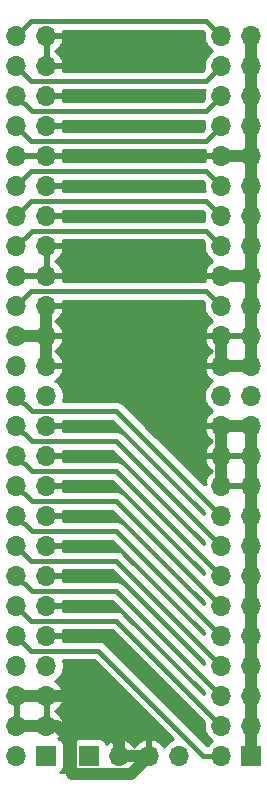
<source format=gbr>
%TF.GenerationSoftware,KiCad,Pcbnew,(5.1.9)-1*%
%TF.CreationDate,2021-07-31T16:05:11-05:00*%
%TF.ProjectId,SCSI Interface Card,53435349-2049-46e7-9465-726661636520,rev?*%
%TF.SameCoordinates,Original*%
%TF.FileFunction,Copper,L2,Bot*%
%TF.FilePolarity,Positive*%
%FSLAX46Y46*%
G04 Gerber Fmt 4.6, Leading zero omitted, Abs format (unit mm)*
G04 Created by KiCad (PCBNEW (5.1.9)-1) date 2021-07-31 16:05:11*
%MOMM*%
%LPD*%
G01*
G04 APERTURE LIST*
%TA.AperFunction,ComponentPad*%
%ADD10O,1.700000X1.700000*%
%TD*%
%TA.AperFunction,ComponentPad*%
%ADD11R,1.700000X1.700000*%
%TD*%
%TA.AperFunction,Conductor*%
%ADD12C,0.400000*%
%TD*%
%TA.AperFunction,Conductor*%
%ADD13C,1.000000*%
%TD*%
%TA.AperFunction,Conductor*%
%ADD14C,0.254000*%
%TD*%
%TA.AperFunction,Conductor*%
%ADD15C,0.100000*%
%TD*%
G04 APERTURE END LIST*
D10*
%TO.P,SCSI1,50*%
%TO.N,/IO*%
X157546040Y-41259760D03*
%TO.P,SCSI1,49*%
%TO.N,GND*%
X160086040Y-41259760D03*
%TO.P,SCSI1,48*%
%TO.N,/REQ*%
X157546040Y-43799760D03*
%TO.P,SCSI1,47*%
%TO.N,GND*%
X160086040Y-43799760D03*
%TO.P,SCSI1,46*%
%TO.N,/CD*%
X157546040Y-46339760D03*
%TO.P,SCSI1,45*%
%TO.N,GND*%
X160086040Y-46339760D03*
%TO.P,SCSI1,44*%
%TO.N,/SEL*%
X157546040Y-48879760D03*
%TO.P,SCSI1,43*%
%TO.N,GND*%
X160086040Y-48879760D03*
%TO.P,SCSI1,42*%
X157546040Y-51419760D03*
%TO.P,SCSI1,41*%
X160086040Y-51419760D03*
%TO.P,SCSI1,40*%
%TO.N,/RST*%
X157546040Y-53959760D03*
%TO.P,SCSI1,39*%
%TO.N,GND*%
X160086040Y-53959760D03*
%TO.P,SCSI1,38*%
%TO.N,/ACK*%
X157546040Y-56499760D03*
%TO.P,SCSI1,37*%
%TO.N,GND*%
X160086040Y-56499760D03*
%TO.P,SCSI1,36*%
%TO.N,/BSY*%
X157546040Y-59039760D03*
%TO.P,SCSI1,35*%
%TO.N,GND*%
X160086040Y-59039760D03*
%TO.P,SCSI1,34*%
X157546040Y-61579760D03*
%TO.P,SCSI1,33*%
X160086040Y-61579760D03*
%TO.P,SCSI1,32*%
%TO.N,/ATN*%
X157546040Y-64119760D03*
%TO.P,SCSI1,31*%
%TO.N,GND*%
X160086040Y-64119760D03*
%TO.P,SCSI1,30*%
X157546040Y-66659760D03*
%TO.P,SCSI1,29*%
X160086040Y-66659760D03*
%TO.P,SCSI1,28*%
X157546040Y-69199760D03*
%TO.P,SCSI1,27*%
X160086040Y-69199760D03*
%TO.P,SCSI1,26*%
%TO.N,/TRM_1*%
X157546040Y-71739760D03*
%TO.P,SCSI1,25*%
%TO.N,Net-(SCSI1-Pad25)*%
X160086040Y-71739760D03*
%TO.P,SCSI1,24*%
%TO.N,GND*%
X157546040Y-74279760D03*
%TO.P,SCSI1,23*%
X160086040Y-74279760D03*
%TO.P,SCSI1,22*%
X157546040Y-76819760D03*
%TO.P,SCSI1,21*%
X160086040Y-76819760D03*
%TO.P,SCSI1,20*%
X157546040Y-79359760D03*
%TO.P,SCSI1,19*%
X160086040Y-79359760D03*
%TO.P,SCSI1,18*%
%TO.N,/DBP*%
X157546040Y-81899760D03*
%TO.P,SCSI1,17*%
%TO.N,GND*%
X160086040Y-81899760D03*
%TO.P,SCSI1,16*%
%TO.N,/DB7*%
X157546040Y-84439760D03*
%TO.P,SCSI1,15*%
%TO.N,GND*%
X160086040Y-84439760D03*
%TO.P,SCSI1,14*%
%TO.N,/DB6*%
X157546040Y-86979760D03*
%TO.P,SCSI1,13*%
%TO.N,GND*%
X160086040Y-86979760D03*
%TO.P,SCSI1,12*%
%TO.N,/DB5*%
X157546040Y-89519760D03*
%TO.P,SCSI1,11*%
%TO.N,GND*%
X160086040Y-89519760D03*
%TO.P,SCSI1,10*%
%TO.N,/DB4*%
X157546040Y-92059760D03*
%TO.P,SCSI1,9*%
%TO.N,GND*%
X160086040Y-92059760D03*
%TO.P,SCSI1,8*%
%TO.N,/DB3*%
X157546040Y-94599760D03*
%TO.P,SCSI1,7*%
%TO.N,GND*%
X160086040Y-94599760D03*
%TO.P,SCSI1,6*%
%TO.N,/DB2*%
X157546040Y-97139760D03*
%TO.P,SCSI1,5*%
%TO.N,GND*%
X160086040Y-97139760D03*
%TO.P,SCSI1,4*%
%TO.N,/DB1*%
X157546040Y-99679760D03*
%TO.P,SCSI1,3*%
%TO.N,GND*%
X160086040Y-99679760D03*
%TO.P,SCSI1,2*%
%TO.N,/DB0*%
X157546040Y-102219760D03*
D11*
%TO.P,SCSI1,1*%
%TO.N,GND*%
X160086040Y-102219760D03*
%TD*%
D10*
%TO.P,PWR1,4*%
%TO.N,/5V*%
X153959560Y-102219760D03*
%TO.P,PWR1,3*%
%TO.N,GND*%
X151419560Y-102219760D03*
%TO.P,PWR1,2*%
X148879560Y-102219760D03*
D11*
%TO.P,PWR1,1*%
%TO.N,/12V*%
X146339560Y-102219760D03*
%TD*%
D10*
%TO.P,FMT1,50*%
%TO.N,/IO*%
X140202920Y-41259760D03*
%TO.P,FMT1,49*%
%TO.N,GND*%
X142742920Y-41259760D03*
%TO.P,FMT1,48*%
%TO.N,/REQ*%
X140202920Y-43799760D03*
%TO.P,FMT1,47*%
%TO.N,GND*%
X142742920Y-43799760D03*
%TO.P,FMT1,46*%
%TO.N,/CD*%
X140202920Y-46339760D03*
%TO.P,FMT1,45*%
%TO.N,GND*%
X142742920Y-46339760D03*
%TO.P,FMT1,44*%
%TO.N,/SEL*%
X140202920Y-48879760D03*
%TO.P,FMT1,43*%
%TO.N,GND*%
X142742920Y-48879760D03*
%TO.P,FMT1,42*%
X140202920Y-51419760D03*
%TO.P,FMT1,41*%
X142742920Y-51419760D03*
%TO.P,FMT1,40*%
%TO.N,/RST*%
X140202920Y-53959760D03*
%TO.P,FMT1,39*%
%TO.N,GND*%
X142742920Y-53959760D03*
%TO.P,FMT1,38*%
%TO.N,/ACK*%
X140202920Y-56499760D03*
%TO.P,FMT1,37*%
%TO.N,GND*%
X142742920Y-56499760D03*
%TO.P,FMT1,36*%
%TO.N,/BSY*%
X140202920Y-59039760D03*
%TO.P,FMT1,35*%
%TO.N,GND*%
X142742920Y-59039760D03*
%TO.P,FMT1,34*%
X140202920Y-61579760D03*
%TO.P,FMT1,33*%
X142742920Y-61579760D03*
%TO.P,FMT1,32*%
%TO.N,/ATN*%
X140202920Y-64119760D03*
%TO.P,FMT1,31*%
%TO.N,GND*%
X142742920Y-64119760D03*
%TO.P,FMT1,30*%
X140202920Y-66659760D03*
%TO.P,FMT1,29*%
X142742920Y-66659760D03*
%TO.P,FMT1,28*%
%TO.N,/TRM_2*%
X140202920Y-69199760D03*
%TO.P,FMT1,27*%
%TO.N,GND*%
X142742920Y-69199760D03*
%TO.P,FMT1,26*%
%TO.N,/DBP*%
X140202920Y-71739760D03*
%TO.P,FMT1,25*%
%TO.N,/OPEN*%
X142742920Y-71739760D03*
%TO.P,FMT1,24*%
%TO.N,/DB7*%
X140202920Y-74279760D03*
%TO.P,FMT1,23*%
%TO.N,GND*%
X142742920Y-74279760D03*
%TO.P,FMT1,22*%
%TO.N,/DB6*%
X140202920Y-76819760D03*
%TO.P,FMT1,21*%
%TO.N,GND*%
X142742920Y-76819760D03*
%TO.P,FMT1,20*%
%TO.N,/DB5*%
X140202920Y-79359760D03*
%TO.P,FMT1,19*%
%TO.N,GND*%
X142742920Y-79359760D03*
%TO.P,FMT1,18*%
%TO.N,/DB4*%
X140202920Y-81899760D03*
%TO.P,FMT1,17*%
%TO.N,GND*%
X142742920Y-81899760D03*
%TO.P,FMT1,16*%
%TO.N,/DB3*%
X140202920Y-84439760D03*
%TO.P,FMT1,15*%
%TO.N,GND*%
X142742920Y-84439760D03*
%TO.P,FMT1,14*%
%TO.N,/DB2*%
X140202920Y-86979760D03*
%TO.P,FMT1,13*%
%TO.N,GND*%
X142742920Y-86979760D03*
%TO.P,FMT1,12*%
%TO.N,/DB1*%
X140202920Y-89519760D03*
%TO.P,FMT1,11*%
%TO.N,GND*%
X142742920Y-89519760D03*
%TO.P,FMT1,10*%
%TO.N,/DB0*%
X140202920Y-92059760D03*
%TO.P,FMT1,9*%
%TO.N,GND*%
X142742920Y-92059760D03*
%TO.P,FMT1,8*%
%TO.N,/12V*%
X140202920Y-94599760D03*
%TO.P,FMT1,7*%
X142742920Y-94599760D03*
%TO.P,FMT1,6*%
%TO.N,GND*%
X140202920Y-97139760D03*
%TO.P,FMT1,5*%
X142742920Y-97139760D03*
%TO.P,FMT1,4*%
X140202920Y-99679760D03*
%TO.P,FMT1,3*%
X142742920Y-99679760D03*
%TO.P,FMT1,2*%
%TO.N,/5V*%
X140202920Y-102219760D03*
D11*
%TO.P,FMT1,1*%
X142742920Y-102219760D03*
%TD*%
D12*
%TO.N,/IO*%
X141452921Y-40009759D02*
X140202920Y-41259760D01*
X156296039Y-40009759D02*
X141452921Y-40009759D01*
X157546040Y-41259760D02*
X156296039Y-40009759D01*
%TO.N,/REQ*%
X141452921Y-45049761D02*
X140202920Y-43799760D01*
X156296039Y-45049761D02*
X141452921Y-45049761D01*
X157546040Y-43799760D02*
X156296039Y-45049761D01*
%TO.N,/CD*%
X156256041Y-47629759D02*
X141492919Y-47629759D01*
X141492919Y-47629759D02*
X140202920Y-46339760D01*
X157546040Y-46339760D02*
X156256041Y-47629759D01*
%TO.N,/SEL*%
X141452921Y-50129761D02*
X140202920Y-48879760D01*
X156296039Y-50129761D02*
X141452921Y-50129761D01*
X157546040Y-48879760D02*
X156296039Y-50129761D01*
%TO.N,/RST*%
X141452921Y-52709759D02*
X140202920Y-53959760D01*
X156296039Y-52709759D02*
X141452921Y-52709759D01*
X157546040Y-53959760D02*
X156296039Y-52709759D01*
%TO.N,/ACK*%
X141452921Y-55249759D02*
X140202920Y-56499760D01*
X156296039Y-55249759D02*
X141452921Y-55249759D01*
X157546040Y-56499760D02*
X156296039Y-55249759D01*
%TO.N,/BSY*%
X141492919Y-57749761D02*
X140202920Y-59039760D01*
X156256041Y-57749761D02*
X141492919Y-57749761D01*
X157546040Y-59039760D02*
X156256041Y-57749761D01*
%TO.N,/ATN*%
X141452921Y-62869759D02*
X140202920Y-64119760D01*
X156296039Y-62869759D02*
X141452921Y-62869759D01*
X157546040Y-64119760D02*
X156296039Y-62869759D01*
%TO.N,/DBP*%
X141492919Y-73029759D02*
X140202920Y-71739760D01*
X148676039Y-73029759D02*
X141492919Y-73029759D01*
X157546040Y-81899760D02*
X148676039Y-73029759D01*
%TO.N,/DB7*%
X141492919Y-75569759D02*
X140202920Y-74279760D01*
X148676039Y-75569759D02*
X141492919Y-75569759D01*
X157546040Y-84439760D02*
X148676039Y-75569759D01*
%TO.N,/DB6*%
X141492919Y-78109759D02*
X140202920Y-76819760D01*
X148676039Y-78109759D02*
X141492919Y-78109759D01*
X157546040Y-86979760D02*
X148676039Y-78109759D01*
%TO.N,/DB5*%
X141492919Y-80649759D02*
X140202920Y-79359760D01*
X148676039Y-80649759D02*
X141492919Y-80649759D01*
X157546040Y-89519760D02*
X148676039Y-80649759D01*
%TO.N,/DB4*%
X141492919Y-83189759D02*
X140202920Y-81899760D01*
X148676039Y-83189759D02*
X141492919Y-83189759D01*
X157546040Y-92059760D02*
X148676039Y-83189759D01*
%TO.N,/DB3*%
X141452921Y-85689761D02*
X140202920Y-84439760D01*
X148636041Y-85689761D02*
X141452921Y-85689761D01*
X157546040Y-94599760D02*
X148636041Y-85689761D01*
%TO.N,/DB2*%
X141492919Y-88269759D02*
X140202920Y-86979760D01*
X148676039Y-88269759D02*
X141492919Y-88269759D01*
X157546040Y-97139760D02*
X148676039Y-88269759D01*
%TO.N,/DB1*%
X141452921Y-90769761D02*
X140202920Y-89519760D01*
X148636041Y-90769761D02*
X141452921Y-90769761D01*
X157546040Y-99679760D02*
X148636041Y-90769761D01*
%TO.N,/DB0*%
X157546040Y-102219760D02*
X156042360Y-102219760D01*
X141452921Y-93309761D02*
X140202920Y-92059760D01*
X147132361Y-93309761D02*
X141452921Y-93309761D01*
X156042360Y-102219760D02*
X147132361Y-93309761D01*
D13*
%TO.N,GND*%
X148879560Y-101017679D02*
X148879560Y-102219760D01*
X145001641Y-97139760D02*
X148879560Y-101017679D01*
X140202920Y-97139760D02*
X145001641Y-97139760D01*
X149869559Y-103769761D02*
X151419560Y-102219760D01*
X144929559Y-103769761D02*
X149869559Y-103769761D01*
X144789559Y-103629761D02*
X144929559Y-103769761D01*
X144789559Y-100809759D02*
X144789559Y-103629761D01*
X143659560Y-99679760D02*
X144789559Y-100809759D01*
X140202920Y-99679760D02*
X143659560Y-99679760D01*
X148879560Y-102219760D02*
X151419560Y-102219760D01*
X160086040Y-102219760D02*
X160086040Y-74279760D01*
X157546040Y-79359760D02*
X157546040Y-74279760D01*
X160086040Y-74279760D02*
X157546040Y-74279760D01*
X157546040Y-69199760D02*
X160086040Y-69199760D01*
X157546040Y-69199760D02*
X157546040Y-66659760D01*
X160086040Y-69199760D02*
X160086040Y-42402760D01*
X160086040Y-42402760D02*
X160086040Y-41259760D01*
X160086040Y-61579760D02*
X157546040Y-61579760D01*
X160086040Y-51419760D02*
X157546040Y-51419760D01*
X142742920Y-69199760D02*
X142742920Y-64119760D01*
X140202920Y-66659760D02*
X142742920Y-66659760D01*
%TD*%
D14*
%TO.N,GND*%
X153460753Y-100819021D02*
X153256149Y-100903770D01*
X153012928Y-101066285D01*
X152806085Y-101273128D01*
X152684365Y-101455294D01*
X152614738Y-101338405D01*
X152419829Y-101122172D01*
X152186480Y-100948119D01*
X151923659Y-100822935D01*
X151776450Y-100778284D01*
X151546560Y-100899605D01*
X151546560Y-102092760D01*
X151566560Y-102092760D01*
X151566560Y-102346760D01*
X151546560Y-102346760D01*
X151546560Y-102366760D01*
X151292560Y-102366760D01*
X151292560Y-102346760D01*
X149006560Y-102346760D01*
X149006560Y-102366760D01*
X148752560Y-102366760D01*
X148752560Y-102346760D01*
X148732560Y-102346760D01*
X148732560Y-102092760D01*
X148752560Y-102092760D01*
X148752560Y-100899605D01*
X149006560Y-100899605D01*
X149006560Y-102092760D01*
X151292560Y-102092760D01*
X151292560Y-100899605D01*
X151062670Y-100778284D01*
X150915461Y-100822935D01*
X150652640Y-100948119D01*
X150419291Y-101122172D01*
X150224382Y-101338405D01*
X150149560Y-101464015D01*
X150074738Y-101338405D01*
X149879829Y-101122172D01*
X149646480Y-100948119D01*
X149383659Y-100822935D01*
X149236450Y-100778284D01*
X149006560Y-100899605D01*
X148752560Y-100899605D01*
X148522670Y-100778284D01*
X148375461Y-100822935D01*
X148112640Y-100948119D01*
X147879291Y-101122172D01*
X147803526Y-101206226D01*
X147779062Y-101125580D01*
X147720097Y-101015266D01*
X147640745Y-100918575D01*
X147544054Y-100839223D01*
X147433740Y-100780258D01*
X147314042Y-100743948D01*
X147189560Y-100731688D01*
X145489560Y-100731688D01*
X145365078Y-100743948D01*
X145245380Y-100780258D01*
X145135066Y-100839223D01*
X145038375Y-100918575D01*
X144959023Y-101015266D01*
X144900058Y-101125580D01*
X144863748Y-101245278D01*
X144851488Y-101369760D01*
X144851488Y-103069760D01*
X144863748Y-103194242D01*
X144900058Y-103313940D01*
X144959023Y-103424254D01*
X145038375Y-103520945D01*
X145135066Y-103600297D01*
X145154451Y-103610658D01*
X143927515Y-103610933D01*
X143947414Y-103600297D01*
X144044105Y-103520945D01*
X144123457Y-103424254D01*
X144182422Y-103313940D01*
X144218732Y-103194242D01*
X144230992Y-103069760D01*
X144230992Y-101369760D01*
X144218732Y-101245278D01*
X144182422Y-101125580D01*
X144123457Y-101015266D01*
X144044105Y-100918575D01*
X143947414Y-100839223D01*
X143837100Y-100780258D01*
X143756454Y-100755794D01*
X143840508Y-100680029D01*
X144014561Y-100446680D01*
X144139745Y-100183859D01*
X144184396Y-100036650D01*
X144063075Y-99806760D01*
X142869920Y-99806760D01*
X142869920Y-99826760D01*
X142615920Y-99826760D01*
X142615920Y-99806760D01*
X140329920Y-99806760D01*
X140329920Y-99826760D01*
X140075920Y-99826760D01*
X140075920Y-99806760D01*
X140055920Y-99806760D01*
X140055920Y-99552760D01*
X140075920Y-99552760D01*
X140075920Y-97266760D01*
X140329920Y-97266760D01*
X140329920Y-99552760D01*
X142615920Y-99552760D01*
X142615920Y-97266760D01*
X142869920Y-97266760D01*
X142869920Y-99552760D01*
X144063075Y-99552760D01*
X144184396Y-99322870D01*
X144139745Y-99175661D01*
X144014561Y-98912840D01*
X143840508Y-98679491D01*
X143624275Y-98484582D01*
X143498665Y-98409760D01*
X143624275Y-98334938D01*
X143840508Y-98140029D01*
X144014561Y-97906680D01*
X144139745Y-97643859D01*
X144184396Y-97496650D01*
X144063075Y-97266760D01*
X142869920Y-97266760D01*
X142615920Y-97266760D01*
X140329920Y-97266760D01*
X140075920Y-97266760D01*
X140055920Y-97266760D01*
X140055920Y-97012760D01*
X140075920Y-97012760D01*
X140075920Y-96992760D01*
X140329920Y-96992760D01*
X140329920Y-97012760D01*
X142615920Y-97012760D01*
X142615920Y-96992760D01*
X142869920Y-96992760D01*
X142869920Y-97012760D01*
X144063075Y-97012760D01*
X144184396Y-96782870D01*
X144139745Y-96635661D01*
X144014561Y-96372840D01*
X143840508Y-96139491D01*
X143624275Y-95944582D01*
X143507386Y-95874955D01*
X143689552Y-95753235D01*
X143896395Y-95546392D01*
X144058910Y-95303171D01*
X144170852Y-95032918D01*
X144227920Y-94746020D01*
X144227920Y-94453500D01*
X144170852Y-94166602D01*
X144161805Y-94144761D01*
X146786494Y-94144761D01*
X153460753Y-100819021D01*
%TA.AperFunction,Conductor*%
D15*
G36*
X153460753Y-100819021D02*
G01*
X153256149Y-100903770D01*
X153012928Y-101066285D01*
X152806085Y-101273128D01*
X152684365Y-101455294D01*
X152614738Y-101338405D01*
X152419829Y-101122172D01*
X152186480Y-100948119D01*
X151923659Y-100822935D01*
X151776450Y-100778284D01*
X151546560Y-100899605D01*
X151546560Y-102092760D01*
X151566560Y-102092760D01*
X151566560Y-102346760D01*
X151546560Y-102346760D01*
X151546560Y-102366760D01*
X151292560Y-102366760D01*
X151292560Y-102346760D01*
X149006560Y-102346760D01*
X149006560Y-102366760D01*
X148752560Y-102366760D01*
X148752560Y-102346760D01*
X148732560Y-102346760D01*
X148732560Y-102092760D01*
X148752560Y-102092760D01*
X148752560Y-100899605D01*
X149006560Y-100899605D01*
X149006560Y-102092760D01*
X151292560Y-102092760D01*
X151292560Y-100899605D01*
X151062670Y-100778284D01*
X150915461Y-100822935D01*
X150652640Y-100948119D01*
X150419291Y-101122172D01*
X150224382Y-101338405D01*
X150149560Y-101464015D01*
X150074738Y-101338405D01*
X149879829Y-101122172D01*
X149646480Y-100948119D01*
X149383659Y-100822935D01*
X149236450Y-100778284D01*
X149006560Y-100899605D01*
X148752560Y-100899605D01*
X148522670Y-100778284D01*
X148375461Y-100822935D01*
X148112640Y-100948119D01*
X147879291Y-101122172D01*
X147803526Y-101206226D01*
X147779062Y-101125580D01*
X147720097Y-101015266D01*
X147640745Y-100918575D01*
X147544054Y-100839223D01*
X147433740Y-100780258D01*
X147314042Y-100743948D01*
X147189560Y-100731688D01*
X145489560Y-100731688D01*
X145365078Y-100743948D01*
X145245380Y-100780258D01*
X145135066Y-100839223D01*
X145038375Y-100918575D01*
X144959023Y-101015266D01*
X144900058Y-101125580D01*
X144863748Y-101245278D01*
X144851488Y-101369760D01*
X144851488Y-103069760D01*
X144863748Y-103194242D01*
X144900058Y-103313940D01*
X144959023Y-103424254D01*
X145038375Y-103520945D01*
X145135066Y-103600297D01*
X145154451Y-103610658D01*
X143927515Y-103610933D01*
X143947414Y-103600297D01*
X144044105Y-103520945D01*
X144123457Y-103424254D01*
X144182422Y-103313940D01*
X144218732Y-103194242D01*
X144230992Y-103069760D01*
X144230992Y-101369760D01*
X144218732Y-101245278D01*
X144182422Y-101125580D01*
X144123457Y-101015266D01*
X144044105Y-100918575D01*
X143947414Y-100839223D01*
X143837100Y-100780258D01*
X143756454Y-100755794D01*
X143840508Y-100680029D01*
X144014561Y-100446680D01*
X144139745Y-100183859D01*
X144184396Y-100036650D01*
X144063075Y-99806760D01*
X142869920Y-99806760D01*
X142869920Y-99826760D01*
X142615920Y-99826760D01*
X142615920Y-99806760D01*
X140329920Y-99806760D01*
X140329920Y-99826760D01*
X140075920Y-99826760D01*
X140075920Y-99806760D01*
X140055920Y-99806760D01*
X140055920Y-99552760D01*
X140075920Y-99552760D01*
X140075920Y-97266760D01*
X140329920Y-97266760D01*
X140329920Y-99552760D01*
X142615920Y-99552760D01*
X142615920Y-97266760D01*
X142869920Y-97266760D01*
X142869920Y-99552760D01*
X144063075Y-99552760D01*
X144184396Y-99322870D01*
X144139745Y-99175661D01*
X144014561Y-98912840D01*
X143840508Y-98679491D01*
X143624275Y-98484582D01*
X143498665Y-98409760D01*
X143624275Y-98334938D01*
X143840508Y-98140029D01*
X144014561Y-97906680D01*
X144139745Y-97643859D01*
X144184396Y-97496650D01*
X144063075Y-97266760D01*
X142869920Y-97266760D01*
X142615920Y-97266760D01*
X140329920Y-97266760D01*
X140075920Y-97266760D01*
X140055920Y-97266760D01*
X140055920Y-97012760D01*
X140075920Y-97012760D01*
X140075920Y-96992760D01*
X140329920Y-96992760D01*
X140329920Y-97012760D01*
X142615920Y-97012760D01*
X142615920Y-96992760D01*
X142869920Y-96992760D01*
X142869920Y-97012760D01*
X144063075Y-97012760D01*
X144184396Y-96782870D01*
X144139745Y-96635661D01*
X144014561Y-96372840D01*
X143840508Y-96139491D01*
X143624275Y-95944582D01*
X143507386Y-95874955D01*
X143689552Y-95753235D01*
X143896395Y-95546392D01*
X144058910Y-95303171D01*
X144170852Y-95032918D01*
X144227920Y-94746020D01*
X144227920Y-94453500D01*
X144170852Y-94166602D01*
X144161805Y-94144761D01*
X146786494Y-94144761D01*
X153460753Y-100819021D01*
G37*
%TD.AperFunction*%
D14*
X160213040Y-41132760D02*
X160233040Y-41132760D01*
X160233040Y-41386760D01*
X160213040Y-41386760D01*
X160213040Y-43672760D01*
X160233040Y-43672760D01*
X160233040Y-43926760D01*
X160213040Y-43926760D01*
X160213040Y-46212760D01*
X160233040Y-46212760D01*
X160233040Y-46466760D01*
X160213040Y-46466760D01*
X160213040Y-48752760D01*
X160233040Y-48752760D01*
X160233040Y-49006760D01*
X160213040Y-49006760D01*
X160213040Y-51292760D01*
X160233040Y-51292760D01*
X160233040Y-51546760D01*
X160213040Y-51546760D01*
X160213040Y-53832760D01*
X160233040Y-53832760D01*
X160233040Y-54086760D01*
X160213040Y-54086760D01*
X160213040Y-56372760D01*
X160233040Y-56372760D01*
X160233040Y-56626760D01*
X160213040Y-56626760D01*
X160213040Y-58912760D01*
X160233040Y-58912760D01*
X160233040Y-59166760D01*
X160213040Y-59166760D01*
X160213040Y-61452760D01*
X160233040Y-61452760D01*
X160233040Y-61706760D01*
X160213040Y-61706760D01*
X160213040Y-63992760D01*
X160233040Y-63992760D01*
X160233040Y-64246760D01*
X160213040Y-64246760D01*
X160213040Y-66532760D01*
X160233040Y-66532760D01*
X160233040Y-66786760D01*
X160213040Y-66786760D01*
X160213040Y-69072760D01*
X160233040Y-69072760D01*
X160233040Y-69326760D01*
X160213040Y-69326760D01*
X160213040Y-69346760D01*
X159959040Y-69346760D01*
X159959040Y-69326760D01*
X157673040Y-69326760D01*
X157673040Y-69346760D01*
X157419040Y-69346760D01*
X157419040Y-69326760D01*
X156225885Y-69326760D01*
X156104564Y-69556650D01*
X156149215Y-69703859D01*
X156274399Y-69966680D01*
X156448452Y-70200029D01*
X156664685Y-70394938D01*
X156781574Y-70464565D01*
X156599408Y-70586285D01*
X156392565Y-70793128D01*
X156230050Y-71036349D01*
X156118108Y-71306602D01*
X156061040Y-71593500D01*
X156061040Y-71886020D01*
X156118108Y-72172918D01*
X156230050Y-72443171D01*
X156392565Y-72686392D01*
X156599408Y-72893235D01*
X156781574Y-73014955D01*
X156664685Y-73084582D01*
X156448452Y-73279491D01*
X156274399Y-73512840D01*
X156149215Y-73775661D01*
X156104564Y-73922870D01*
X156225885Y-74152760D01*
X157419040Y-74152760D01*
X157419040Y-74132760D01*
X157673040Y-74132760D01*
X157673040Y-74152760D01*
X159959040Y-74152760D01*
X159959040Y-74132760D01*
X160213040Y-74132760D01*
X160213040Y-74152760D01*
X160233040Y-74152760D01*
X160233040Y-74406760D01*
X160213040Y-74406760D01*
X160213040Y-76692760D01*
X160233040Y-76692760D01*
X160233040Y-76946760D01*
X160213040Y-76946760D01*
X160213040Y-79232760D01*
X160233040Y-79232760D01*
X160233040Y-79486760D01*
X160213040Y-79486760D01*
X160213040Y-81772760D01*
X160233040Y-81772760D01*
X160233040Y-82026760D01*
X160213040Y-82026760D01*
X160213040Y-84312760D01*
X160233040Y-84312760D01*
X160233040Y-84566760D01*
X160213040Y-84566760D01*
X160213040Y-86852760D01*
X160233040Y-86852760D01*
X160233040Y-87106760D01*
X160213040Y-87106760D01*
X160213040Y-89392760D01*
X160233040Y-89392760D01*
X160233040Y-89646760D01*
X160213040Y-89646760D01*
X160213040Y-91932760D01*
X160233040Y-91932760D01*
X160233040Y-92186760D01*
X160213040Y-92186760D01*
X160213040Y-94472760D01*
X160233040Y-94472760D01*
X160233040Y-94726760D01*
X160213040Y-94726760D01*
X160213040Y-97012760D01*
X160233040Y-97012760D01*
X160233040Y-97266760D01*
X160213040Y-97266760D01*
X160213040Y-99552760D01*
X160233040Y-99552760D01*
X160233040Y-99806760D01*
X160213040Y-99806760D01*
X160213040Y-102092760D01*
X160233040Y-102092760D01*
X160233040Y-102346760D01*
X160213040Y-102346760D01*
X160213040Y-102366760D01*
X159959040Y-102366760D01*
X159959040Y-102346760D01*
X159939040Y-102346760D01*
X159939040Y-102092760D01*
X159959040Y-102092760D01*
X159959040Y-99806760D01*
X159939040Y-99806760D01*
X159939040Y-99552760D01*
X159959040Y-99552760D01*
X159959040Y-97266760D01*
X159939040Y-97266760D01*
X159939040Y-97012760D01*
X159959040Y-97012760D01*
X159959040Y-94726760D01*
X159939040Y-94726760D01*
X159939040Y-94472760D01*
X159959040Y-94472760D01*
X159959040Y-92186760D01*
X159939040Y-92186760D01*
X159939040Y-91932760D01*
X159959040Y-91932760D01*
X159959040Y-89646760D01*
X159939040Y-89646760D01*
X159939040Y-89392760D01*
X159959040Y-89392760D01*
X159959040Y-87106760D01*
X159939040Y-87106760D01*
X159939040Y-86852760D01*
X159959040Y-86852760D01*
X159959040Y-84566760D01*
X159939040Y-84566760D01*
X159939040Y-84312760D01*
X159959040Y-84312760D01*
X159959040Y-82026760D01*
X159939040Y-82026760D01*
X159939040Y-81772760D01*
X159959040Y-81772760D01*
X159959040Y-79486760D01*
X157673040Y-79486760D01*
X157673040Y-79506760D01*
X157419040Y-79506760D01*
X157419040Y-79486760D01*
X157399040Y-79486760D01*
X157399040Y-79232760D01*
X157419040Y-79232760D01*
X157419040Y-76946760D01*
X157673040Y-76946760D01*
X157673040Y-79232760D01*
X159959040Y-79232760D01*
X159959040Y-76946760D01*
X157673040Y-76946760D01*
X157419040Y-76946760D01*
X156225885Y-76946760D01*
X156104564Y-77176650D01*
X156149215Y-77323859D01*
X156274399Y-77586680D01*
X156448452Y-77820029D01*
X156664685Y-78014938D01*
X156790295Y-78089760D01*
X156664685Y-78164582D01*
X156448452Y-78359491D01*
X156274399Y-78592840D01*
X156149215Y-78855661D01*
X156104564Y-79002870D01*
X156225884Y-79232758D01*
X156061040Y-79232758D01*
X156061040Y-79233891D01*
X151463798Y-74636650D01*
X156104564Y-74636650D01*
X156149215Y-74783859D01*
X156274399Y-75046680D01*
X156448452Y-75280029D01*
X156664685Y-75474938D01*
X156790295Y-75549760D01*
X156664685Y-75624582D01*
X156448452Y-75819491D01*
X156274399Y-76052840D01*
X156149215Y-76315661D01*
X156104564Y-76462870D01*
X156225885Y-76692760D01*
X157419040Y-76692760D01*
X157419040Y-74406760D01*
X157673040Y-74406760D01*
X157673040Y-76692760D01*
X159959040Y-76692760D01*
X159959040Y-74406760D01*
X157673040Y-74406760D01*
X157419040Y-74406760D01*
X156225885Y-74406760D01*
X156104564Y-74636650D01*
X151463798Y-74636650D01*
X149295485Y-72468338D01*
X149269330Y-72436468D01*
X149142185Y-72332123D01*
X148997126Y-72254587D01*
X148839728Y-72206841D01*
X148717058Y-72194759D01*
X148717057Y-72194759D01*
X148676039Y-72190719D01*
X148635021Y-72194759D01*
X144161805Y-72194759D01*
X144170852Y-72172918D01*
X144227920Y-71886020D01*
X144227920Y-71593500D01*
X144170852Y-71306602D01*
X144058910Y-71036349D01*
X143896395Y-70793128D01*
X143689552Y-70586285D01*
X143507386Y-70464565D01*
X143624275Y-70394938D01*
X143840508Y-70200029D01*
X144014561Y-69966680D01*
X144139745Y-69703859D01*
X144184396Y-69556650D01*
X144063075Y-69326760D01*
X142869920Y-69326760D01*
X142869920Y-69346760D01*
X142615920Y-69346760D01*
X142615920Y-69326760D01*
X142595920Y-69326760D01*
X142595920Y-69072760D01*
X142615920Y-69072760D01*
X142615920Y-66786760D01*
X142869920Y-66786760D01*
X142869920Y-69072760D01*
X144063075Y-69072760D01*
X144184396Y-68842870D01*
X144139745Y-68695661D01*
X144014561Y-68432840D01*
X143840508Y-68199491D01*
X143624275Y-68004582D01*
X143498665Y-67929760D01*
X143624275Y-67854938D01*
X143840508Y-67660029D01*
X144014561Y-67426680D01*
X144139745Y-67163859D01*
X144184396Y-67016650D01*
X156104564Y-67016650D01*
X156149215Y-67163859D01*
X156274399Y-67426680D01*
X156448452Y-67660029D01*
X156664685Y-67854938D01*
X156790295Y-67929760D01*
X156664685Y-68004582D01*
X156448452Y-68199491D01*
X156274399Y-68432840D01*
X156149215Y-68695661D01*
X156104564Y-68842870D01*
X156225885Y-69072760D01*
X157419040Y-69072760D01*
X157419040Y-66786760D01*
X157673040Y-66786760D01*
X157673040Y-69072760D01*
X159959040Y-69072760D01*
X159959040Y-66786760D01*
X157673040Y-66786760D01*
X157419040Y-66786760D01*
X156225885Y-66786760D01*
X156104564Y-67016650D01*
X144184396Y-67016650D01*
X144063075Y-66786760D01*
X142869920Y-66786760D01*
X142615920Y-66786760D01*
X140329920Y-66786760D01*
X140329920Y-66806760D01*
X140075920Y-66806760D01*
X140075920Y-66786760D01*
X140055920Y-66786760D01*
X140055920Y-66532760D01*
X140075920Y-66532760D01*
X140075920Y-66512760D01*
X140329920Y-66512760D01*
X140329920Y-66532760D01*
X142615920Y-66532760D01*
X142615920Y-64246760D01*
X142869920Y-64246760D01*
X142869920Y-66532760D01*
X144063075Y-66532760D01*
X144184396Y-66302870D01*
X144139745Y-66155661D01*
X144014561Y-65892840D01*
X143840508Y-65659491D01*
X143624275Y-65464582D01*
X143498665Y-65389760D01*
X143624275Y-65314938D01*
X143840508Y-65120029D01*
X144014561Y-64886680D01*
X144139745Y-64623859D01*
X144184396Y-64476650D01*
X144063075Y-64246760D01*
X142869920Y-64246760D01*
X142615920Y-64246760D01*
X142595920Y-64246760D01*
X142595920Y-63992760D01*
X142615920Y-63992760D01*
X142615920Y-63972760D01*
X142869920Y-63972760D01*
X142869920Y-63992760D01*
X144063075Y-63992760D01*
X144184396Y-63762870D01*
X144166770Y-63704759D01*
X155950172Y-63704759D01*
X156087233Y-63841820D01*
X156061040Y-63973500D01*
X156061040Y-64266020D01*
X156118108Y-64552918D01*
X156230050Y-64823171D01*
X156392565Y-65066392D01*
X156599408Y-65273235D01*
X156781574Y-65394955D01*
X156664685Y-65464582D01*
X156448452Y-65659491D01*
X156274399Y-65892840D01*
X156149215Y-66155661D01*
X156104564Y-66302870D01*
X156225885Y-66532760D01*
X157419040Y-66532760D01*
X157419040Y-66512760D01*
X157673040Y-66512760D01*
X157673040Y-66532760D01*
X159959040Y-66532760D01*
X159959040Y-64246760D01*
X159939040Y-64246760D01*
X159939040Y-63992760D01*
X159959040Y-63992760D01*
X159959040Y-61706760D01*
X157673040Y-61706760D01*
X157673040Y-61726760D01*
X157419040Y-61726760D01*
X157419040Y-61706760D01*
X156225885Y-61706760D01*
X156104564Y-61936650D01*
X156134322Y-62034759D01*
X144154638Y-62034759D01*
X144184396Y-61936650D01*
X144063075Y-61706760D01*
X142869920Y-61706760D01*
X142869920Y-61726760D01*
X142615920Y-61726760D01*
X142615920Y-61706760D01*
X140329920Y-61706760D01*
X140329920Y-61726760D01*
X140075920Y-61726760D01*
X140075920Y-61706760D01*
X140055920Y-61706760D01*
X140055920Y-61452760D01*
X140075920Y-61452760D01*
X140075920Y-61432760D01*
X140329920Y-61432760D01*
X140329920Y-61452760D01*
X142615920Y-61452760D01*
X142615920Y-59166760D01*
X142869920Y-59166760D01*
X142869920Y-61452760D01*
X144063075Y-61452760D01*
X144184396Y-61222870D01*
X144139745Y-61075661D01*
X144014561Y-60812840D01*
X143840508Y-60579491D01*
X143624275Y-60384582D01*
X143498665Y-60309760D01*
X143624275Y-60234938D01*
X143840508Y-60040029D01*
X144014561Y-59806680D01*
X144139745Y-59543859D01*
X144184396Y-59396650D01*
X144063075Y-59166760D01*
X142869920Y-59166760D01*
X142615920Y-59166760D01*
X142595920Y-59166760D01*
X142595920Y-58912760D01*
X142615920Y-58912760D01*
X142615920Y-58892760D01*
X142869920Y-58892760D01*
X142869920Y-58912760D01*
X144063075Y-58912760D01*
X144184396Y-58682870D01*
X144154638Y-58584761D01*
X155910174Y-58584761D01*
X156087233Y-58761820D01*
X156061040Y-58893500D01*
X156061040Y-59186020D01*
X156118108Y-59472918D01*
X156230050Y-59743171D01*
X156392565Y-59986392D01*
X156599408Y-60193235D01*
X156781574Y-60314955D01*
X156664685Y-60384582D01*
X156448452Y-60579491D01*
X156274399Y-60812840D01*
X156149215Y-61075661D01*
X156104564Y-61222870D01*
X156225885Y-61452760D01*
X157419040Y-61452760D01*
X157419040Y-61432760D01*
X157673040Y-61432760D01*
X157673040Y-61452760D01*
X159959040Y-61452760D01*
X159959040Y-59166760D01*
X159939040Y-59166760D01*
X159939040Y-58912760D01*
X159959040Y-58912760D01*
X159959040Y-56626760D01*
X159939040Y-56626760D01*
X159939040Y-56372760D01*
X159959040Y-56372760D01*
X159959040Y-54086760D01*
X159939040Y-54086760D01*
X159939040Y-53832760D01*
X159959040Y-53832760D01*
X159959040Y-51546760D01*
X157673040Y-51546760D01*
X157673040Y-51566760D01*
X157419040Y-51566760D01*
X157419040Y-51546760D01*
X156225885Y-51546760D01*
X156104564Y-51776650D01*
X156134322Y-51874759D01*
X144154638Y-51874759D01*
X144184396Y-51776650D01*
X144063075Y-51546760D01*
X142869920Y-51546760D01*
X142869920Y-51566760D01*
X142615920Y-51566760D01*
X142615920Y-51546760D01*
X140329920Y-51546760D01*
X140329920Y-51566760D01*
X140075920Y-51566760D01*
X140075920Y-51546760D01*
X140055920Y-51546760D01*
X140055920Y-51292760D01*
X140075920Y-51292760D01*
X140075920Y-51272760D01*
X140329920Y-51272760D01*
X140329920Y-51292760D01*
X142615920Y-51292760D01*
X142615920Y-51272760D01*
X142869920Y-51272760D01*
X142869920Y-51292760D01*
X144063075Y-51292760D01*
X144184396Y-51062870D01*
X144154638Y-50964761D01*
X156134322Y-50964761D01*
X156104564Y-51062870D01*
X156225885Y-51292760D01*
X157419040Y-51292760D01*
X157419040Y-51272760D01*
X157673040Y-51272760D01*
X157673040Y-51292760D01*
X159959040Y-51292760D01*
X159959040Y-49006760D01*
X159939040Y-49006760D01*
X159939040Y-48752760D01*
X159959040Y-48752760D01*
X159959040Y-46466760D01*
X159939040Y-46466760D01*
X159939040Y-46212760D01*
X159959040Y-46212760D01*
X159959040Y-43926760D01*
X159939040Y-43926760D01*
X159939040Y-43672760D01*
X159959040Y-43672760D01*
X159959040Y-41386760D01*
X159939040Y-41386760D01*
X159939040Y-41132760D01*
X159959040Y-41132760D01*
X159959040Y-41112760D01*
X160213040Y-41112760D01*
X160213040Y-41132760D01*
%TA.AperFunction,Conductor*%
D15*
G36*
X160213040Y-41132760D02*
G01*
X160233040Y-41132760D01*
X160233040Y-41386760D01*
X160213040Y-41386760D01*
X160213040Y-43672760D01*
X160233040Y-43672760D01*
X160233040Y-43926760D01*
X160213040Y-43926760D01*
X160213040Y-46212760D01*
X160233040Y-46212760D01*
X160233040Y-46466760D01*
X160213040Y-46466760D01*
X160213040Y-48752760D01*
X160233040Y-48752760D01*
X160233040Y-49006760D01*
X160213040Y-49006760D01*
X160213040Y-51292760D01*
X160233040Y-51292760D01*
X160233040Y-51546760D01*
X160213040Y-51546760D01*
X160213040Y-53832760D01*
X160233040Y-53832760D01*
X160233040Y-54086760D01*
X160213040Y-54086760D01*
X160213040Y-56372760D01*
X160233040Y-56372760D01*
X160233040Y-56626760D01*
X160213040Y-56626760D01*
X160213040Y-58912760D01*
X160233040Y-58912760D01*
X160233040Y-59166760D01*
X160213040Y-59166760D01*
X160213040Y-61452760D01*
X160233040Y-61452760D01*
X160233040Y-61706760D01*
X160213040Y-61706760D01*
X160213040Y-63992760D01*
X160233040Y-63992760D01*
X160233040Y-64246760D01*
X160213040Y-64246760D01*
X160213040Y-66532760D01*
X160233040Y-66532760D01*
X160233040Y-66786760D01*
X160213040Y-66786760D01*
X160213040Y-69072760D01*
X160233040Y-69072760D01*
X160233040Y-69326760D01*
X160213040Y-69326760D01*
X160213040Y-69346760D01*
X159959040Y-69346760D01*
X159959040Y-69326760D01*
X157673040Y-69326760D01*
X157673040Y-69346760D01*
X157419040Y-69346760D01*
X157419040Y-69326760D01*
X156225885Y-69326760D01*
X156104564Y-69556650D01*
X156149215Y-69703859D01*
X156274399Y-69966680D01*
X156448452Y-70200029D01*
X156664685Y-70394938D01*
X156781574Y-70464565D01*
X156599408Y-70586285D01*
X156392565Y-70793128D01*
X156230050Y-71036349D01*
X156118108Y-71306602D01*
X156061040Y-71593500D01*
X156061040Y-71886020D01*
X156118108Y-72172918D01*
X156230050Y-72443171D01*
X156392565Y-72686392D01*
X156599408Y-72893235D01*
X156781574Y-73014955D01*
X156664685Y-73084582D01*
X156448452Y-73279491D01*
X156274399Y-73512840D01*
X156149215Y-73775661D01*
X156104564Y-73922870D01*
X156225885Y-74152760D01*
X157419040Y-74152760D01*
X157419040Y-74132760D01*
X157673040Y-74132760D01*
X157673040Y-74152760D01*
X159959040Y-74152760D01*
X159959040Y-74132760D01*
X160213040Y-74132760D01*
X160213040Y-74152760D01*
X160233040Y-74152760D01*
X160233040Y-74406760D01*
X160213040Y-74406760D01*
X160213040Y-76692760D01*
X160233040Y-76692760D01*
X160233040Y-76946760D01*
X160213040Y-76946760D01*
X160213040Y-79232760D01*
X160233040Y-79232760D01*
X160233040Y-79486760D01*
X160213040Y-79486760D01*
X160213040Y-81772760D01*
X160233040Y-81772760D01*
X160233040Y-82026760D01*
X160213040Y-82026760D01*
X160213040Y-84312760D01*
X160233040Y-84312760D01*
X160233040Y-84566760D01*
X160213040Y-84566760D01*
X160213040Y-86852760D01*
X160233040Y-86852760D01*
X160233040Y-87106760D01*
X160213040Y-87106760D01*
X160213040Y-89392760D01*
X160233040Y-89392760D01*
X160233040Y-89646760D01*
X160213040Y-89646760D01*
X160213040Y-91932760D01*
X160233040Y-91932760D01*
X160233040Y-92186760D01*
X160213040Y-92186760D01*
X160213040Y-94472760D01*
X160233040Y-94472760D01*
X160233040Y-94726760D01*
X160213040Y-94726760D01*
X160213040Y-97012760D01*
X160233040Y-97012760D01*
X160233040Y-97266760D01*
X160213040Y-97266760D01*
X160213040Y-99552760D01*
X160233040Y-99552760D01*
X160233040Y-99806760D01*
X160213040Y-99806760D01*
X160213040Y-102092760D01*
X160233040Y-102092760D01*
X160233040Y-102346760D01*
X160213040Y-102346760D01*
X160213040Y-102366760D01*
X159959040Y-102366760D01*
X159959040Y-102346760D01*
X159939040Y-102346760D01*
X159939040Y-102092760D01*
X159959040Y-102092760D01*
X159959040Y-99806760D01*
X159939040Y-99806760D01*
X159939040Y-99552760D01*
X159959040Y-99552760D01*
X159959040Y-97266760D01*
X159939040Y-97266760D01*
X159939040Y-97012760D01*
X159959040Y-97012760D01*
X159959040Y-94726760D01*
X159939040Y-94726760D01*
X159939040Y-94472760D01*
X159959040Y-94472760D01*
X159959040Y-92186760D01*
X159939040Y-92186760D01*
X159939040Y-91932760D01*
X159959040Y-91932760D01*
X159959040Y-89646760D01*
X159939040Y-89646760D01*
X159939040Y-89392760D01*
X159959040Y-89392760D01*
X159959040Y-87106760D01*
X159939040Y-87106760D01*
X159939040Y-86852760D01*
X159959040Y-86852760D01*
X159959040Y-84566760D01*
X159939040Y-84566760D01*
X159939040Y-84312760D01*
X159959040Y-84312760D01*
X159959040Y-82026760D01*
X159939040Y-82026760D01*
X159939040Y-81772760D01*
X159959040Y-81772760D01*
X159959040Y-79486760D01*
X157673040Y-79486760D01*
X157673040Y-79506760D01*
X157419040Y-79506760D01*
X157419040Y-79486760D01*
X157399040Y-79486760D01*
X157399040Y-79232760D01*
X157419040Y-79232760D01*
X157419040Y-76946760D01*
X157673040Y-76946760D01*
X157673040Y-79232760D01*
X159959040Y-79232760D01*
X159959040Y-76946760D01*
X157673040Y-76946760D01*
X157419040Y-76946760D01*
X156225885Y-76946760D01*
X156104564Y-77176650D01*
X156149215Y-77323859D01*
X156274399Y-77586680D01*
X156448452Y-77820029D01*
X156664685Y-78014938D01*
X156790295Y-78089760D01*
X156664685Y-78164582D01*
X156448452Y-78359491D01*
X156274399Y-78592840D01*
X156149215Y-78855661D01*
X156104564Y-79002870D01*
X156225884Y-79232758D01*
X156061040Y-79232758D01*
X156061040Y-79233891D01*
X151463798Y-74636650D01*
X156104564Y-74636650D01*
X156149215Y-74783859D01*
X156274399Y-75046680D01*
X156448452Y-75280029D01*
X156664685Y-75474938D01*
X156790295Y-75549760D01*
X156664685Y-75624582D01*
X156448452Y-75819491D01*
X156274399Y-76052840D01*
X156149215Y-76315661D01*
X156104564Y-76462870D01*
X156225885Y-76692760D01*
X157419040Y-76692760D01*
X157419040Y-74406760D01*
X157673040Y-74406760D01*
X157673040Y-76692760D01*
X159959040Y-76692760D01*
X159959040Y-74406760D01*
X157673040Y-74406760D01*
X157419040Y-74406760D01*
X156225885Y-74406760D01*
X156104564Y-74636650D01*
X151463798Y-74636650D01*
X149295485Y-72468338D01*
X149269330Y-72436468D01*
X149142185Y-72332123D01*
X148997126Y-72254587D01*
X148839728Y-72206841D01*
X148717058Y-72194759D01*
X148717057Y-72194759D01*
X148676039Y-72190719D01*
X148635021Y-72194759D01*
X144161805Y-72194759D01*
X144170852Y-72172918D01*
X144227920Y-71886020D01*
X144227920Y-71593500D01*
X144170852Y-71306602D01*
X144058910Y-71036349D01*
X143896395Y-70793128D01*
X143689552Y-70586285D01*
X143507386Y-70464565D01*
X143624275Y-70394938D01*
X143840508Y-70200029D01*
X144014561Y-69966680D01*
X144139745Y-69703859D01*
X144184396Y-69556650D01*
X144063075Y-69326760D01*
X142869920Y-69326760D01*
X142869920Y-69346760D01*
X142615920Y-69346760D01*
X142615920Y-69326760D01*
X142595920Y-69326760D01*
X142595920Y-69072760D01*
X142615920Y-69072760D01*
X142615920Y-66786760D01*
X142869920Y-66786760D01*
X142869920Y-69072760D01*
X144063075Y-69072760D01*
X144184396Y-68842870D01*
X144139745Y-68695661D01*
X144014561Y-68432840D01*
X143840508Y-68199491D01*
X143624275Y-68004582D01*
X143498665Y-67929760D01*
X143624275Y-67854938D01*
X143840508Y-67660029D01*
X144014561Y-67426680D01*
X144139745Y-67163859D01*
X144184396Y-67016650D01*
X156104564Y-67016650D01*
X156149215Y-67163859D01*
X156274399Y-67426680D01*
X156448452Y-67660029D01*
X156664685Y-67854938D01*
X156790295Y-67929760D01*
X156664685Y-68004582D01*
X156448452Y-68199491D01*
X156274399Y-68432840D01*
X156149215Y-68695661D01*
X156104564Y-68842870D01*
X156225885Y-69072760D01*
X157419040Y-69072760D01*
X157419040Y-66786760D01*
X157673040Y-66786760D01*
X157673040Y-69072760D01*
X159959040Y-69072760D01*
X159959040Y-66786760D01*
X157673040Y-66786760D01*
X157419040Y-66786760D01*
X156225885Y-66786760D01*
X156104564Y-67016650D01*
X144184396Y-67016650D01*
X144063075Y-66786760D01*
X142869920Y-66786760D01*
X142615920Y-66786760D01*
X140329920Y-66786760D01*
X140329920Y-66806760D01*
X140075920Y-66806760D01*
X140075920Y-66786760D01*
X140055920Y-66786760D01*
X140055920Y-66532760D01*
X140075920Y-66532760D01*
X140075920Y-66512760D01*
X140329920Y-66512760D01*
X140329920Y-66532760D01*
X142615920Y-66532760D01*
X142615920Y-64246760D01*
X142869920Y-64246760D01*
X142869920Y-66532760D01*
X144063075Y-66532760D01*
X144184396Y-66302870D01*
X144139745Y-66155661D01*
X144014561Y-65892840D01*
X143840508Y-65659491D01*
X143624275Y-65464582D01*
X143498665Y-65389760D01*
X143624275Y-65314938D01*
X143840508Y-65120029D01*
X144014561Y-64886680D01*
X144139745Y-64623859D01*
X144184396Y-64476650D01*
X144063075Y-64246760D01*
X142869920Y-64246760D01*
X142615920Y-64246760D01*
X142595920Y-64246760D01*
X142595920Y-63992760D01*
X142615920Y-63992760D01*
X142615920Y-63972760D01*
X142869920Y-63972760D01*
X142869920Y-63992760D01*
X144063075Y-63992760D01*
X144184396Y-63762870D01*
X144166770Y-63704759D01*
X155950172Y-63704759D01*
X156087233Y-63841820D01*
X156061040Y-63973500D01*
X156061040Y-64266020D01*
X156118108Y-64552918D01*
X156230050Y-64823171D01*
X156392565Y-65066392D01*
X156599408Y-65273235D01*
X156781574Y-65394955D01*
X156664685Y-65464582D01*
X156448452Y-65659491D01*
X156274399Y-65892840D01*
X156149215Y-66155661D01*
X156104564Y-66302870D01*
X156225885Y-66532760D01*
X157419040Y-66532760D01*
X157419040Y-66512760D01*
X157673040Y-66512760D01*
X157673040Y-66532760D01*
X159959040Y-66532760D01*
X159959040Y-64246760D01*
X159939040Y-64246760D01*
X159939040Y-63992760D01*
X159959040Y-63992760D01*
X159959040Y-61706760D01*
X157673040Y-61706760D01*
X157673040Y-61726760D01*
X157419040Y-61726760D01*
X157419040Y-61706760D01*
X156225885Y-61706760D01*
X156104564Y-61936650D01*
X156134322Y-62034759D01*
X144154638Y-62034759D01*
X144184396Y-61936650D01*
X144063075Y-61706760D01*
X142869920Y-61706760D01*
X142869920Y-61726760D01*
X142615920Y-61726760D01*
X142615920Y-61706760D01*
X140329920Y-61706760D01*
X140329920Y-61726760D01*
X140075920Y-61726760D01*
X140075920Y-61706760D01*
X140055920Y-61706760D01*
X140055920Y-61452760D01*
X140075920Y-61452760D01*
X140075920Y-61432760D01*
X140329920Y-61432760D01*
X140329920Y-61452760D01*
X142615920Y-61452760D01*
X142615920Y-59166760D01*
X142869920Y-59166760D01*
X142869920Y-61452760D01*
X144063075Y-61452760D01*
X144184396Y-61222870D01*
X144139745Y-61075661D01*
X144014561Y-60812840D01*
X143840508Y-60579491D01*
X143624275Y-60384582D01*
X143498665Y-60309760D01*
X143624275Y-60234938D01*
X143840508Y-60040029D01*
X144014561Y-59806680D01*
X144139745Y-59543859D01*
X144184396Y-59396650D01*
X144063075Y-59166760D01*
X142869920Y-59166760D01*
X142615920Y-59166760D01*
X142595920Y-59166760D01*
X142595920Y-58912760D01*
X142615920Y-58912760D01*
X142615920Y-58892760D01*
X142869920Y-58892760D01*
X142869920Y-58912760D01*
X144063075Y-58912760D01*
X144184396Y-58682870D01*
X144154638Y-58584761D01*
X155910174Y-58584761D01*
X156087233Y-58761820D01*
X156061040Y-58893500D01*
X156061040Y-59186020D01*
X156118108Y-59472918D01*
X156230050Y-59743171D01*
X156392565Y-59986392D01*
X156599408Y-60193235D01*
X156781574Y-60314955D01*
X156664685Y-60384582D01*
X156448452Y-60579491D01*
X156274399Y-60812840D01*
X156149215Y-61075661D01*
X156104564Y-61222870D01*
X156225885Y-61452760D01*
X157419040Y-61452760D01*
X157419040Y-61432760D01*
X157673040Y-61432760D01*
X157673040Y-61452760D01*
X159959040Y-61452760D01*
X159959040Y-59166760D01*
X159939040Y-59166760D01*
X159939040Y-58912760D01*
X159959040Y-58912760D01*
X159959040Y-56626760D01*
X159939040Y-56626760D01*
X159939040Y-56372760D01*
X159959040Y-56372760D01*
X159959040Y-54086760D01*
X159939040Y-54086760D01*
X159939040Y-53832760D01*
X159959040Y-53832760D01*
X159959040Y-51546760D01*
X157673040Y-51546760D01*
X157673040Y-51566760D01*
X157419040Y-51566760D01*
X157419040Y-51546760D01*
X156225885Y-51546760D01*
X156104564Y-51776650D01*
X156134322Y-51874759D01*
X144154638Y-51874759D01*
X144184396Y-51776650D01*
X144063075Y-51546760D01*
X142869920Y-51546760D01*
X142869920Y-51566760D01*
X142615920Y-51566760D01*
X142615920Y-51546760D01*
X140329920Y-51546760D01*
X140329920Y-51566760D01*
X140075920Y-51566760D01*
X140075920Y-51546760D01*
X140055920Y-51546760D01*
X140055920Y-51292760D01*
X140075920Y-51292760D01*
X140075920Y-51272760D01*
X140329920Y-51272760D01*
X140329920Y-51292760D01*
X142615920Y-51292760D01*
X142615920Y-51272760D01*
X142869920Y-51272760D01*
X142869920Y-51292760D01*
X144063075Y-51292760D01*
X144184396Y-51062870D01*
X144154638Y-50964761D01*
X156134322Y-50964761D01*
X156104564Y-51062870D01*
X156225885Y-51292760D01*
X157419040Y-51292760D01*
X157419040Y-51272760D01*
X157673040Y-51272760D01*
X157673040Y-51292760D01*
X159959040Y-51292760D01*
X159959040Y-49006760D01*
X159939040Y-49006760D01*
X159939040Y-48752760D01*
X159959040Y-48752760D01*
X159959040Y-46466760D01*
X159939040Y-46466760D01*
X159939040Y-46212760D01*
X159959040Y-46212760D01*
X159959040Y-43926760D01*
X159939040Y-43926760D01*
X159939040Y-43672760D01*
X159959040Y-43672760D01*
X159959040Y-41386760D01*
X159939040Y-41386760D01*
X159939040Y-41132760D01*
X159959040Y-41132760D01*
X159959040Y-41112760D01*
X160213040Y-41112760D01*
X160213040Y-41132760D01*
G37*
%TD.AperFunction*%
D14*
X156087233Y-99401821D02*
X156061040Y-99533500D01*
X156061040Y-99826020D01*
X156118108Y-100112918D01*
X156230050Y-100383171D01*
X156392565Y-100626392D01*
X156599408Y-100833235D01*
X156773800Y-100949760D01*
X156599408Y-101066285D01*
X156392565Y-101273128D01*
X156346114Y-101342646D01*
X147751807Y-92748340D01*
X147725652Y-92716470D01*
X147598507Y-92612125D01*
X147453448Y-92534589D01*
X147296050Y-92486843D01*
X147173380Y-92474761D01*
X147173379Y-92474761D01*
X147132361Y-92470721D01*
X147091343Y-92474761D01*
X144166770Y-92474761D01*
X144184396Y-92416650D01*
X144063075Y-92186760D01*
X142869920Y-92186760D01*
X142869920Y-92206760D01*
X142615920Y-92206760D01*
X142615920Y-92186760D01*
X142595920Y-92186760D01*
X142595920Y-91932760D01*
X142615920Y-91932760D01*
X142615920Y-91912760D01*
X142869920Y-91912760D01*
X142869920Y-91932760D01*
X144063075Y-91932760D01*
X144184396Y-91702870D01*
X144154638Y-91604761D01*
X148290174Y-91604761D01*
X156087233Y-99401821D01*
%TA.AperFunction,Conductor*%
D15*
G36*
X156087233Y-99401821D02*
G01*
X156061040Y-99533500D01*
X156061040Y-99826020D01*
X156118108Y-100112918D01*
X156230050Y-100383171D01*
X156392565Y-100626392D01*
X156599408Y-100833235D01*
X156773800Y-100949760D01*
X156599408Y-101066285D01*
X156392565Y-101273128D01*
X156346114Y-101342646D01*
X147751807Y-92748340D01*
X147725652Y-92716470D01*
X147598507Y-92612125D01*
X147453448Y-92534589D01*
X147296050Y-92486843D01*
X147173380Y-92474761D01*
X147173379Y-92474761D01*
X147132361Y-92470721D01*
X147091343Y-92474761D01*
X144166770Y-92474761D01*
X144184396Y-92416650D01*
X144063075Y-92186760D01*
X142869920Y-92186760D01*
X142869920Y-92206760D01*
X142615920Y-92206760D01*
X142615920Y-92186760D01*
X142595920Y-92186760D01*
X142595920Y-91932760D01*
X142615920Y-91932760D01*
X142615920Y-91912760D01*
X142869920Y-91912760D01*
X142869920Y-91932760D01*
X144063075Y-91932760D01*
X144184396Y-91702870D01*
X144154638Y-91604761D01*
X148290174Y-91604761D01*
X156087233Y-99401821D01*
G37*
%TD.AperFunction*%
D14*
X156087233Y-96861821D02*
X156061040Y-96993500D01*
X156061040Y-97013892D01*
X149255487Y-90208340D01*
X149229332Y-90176470D01*
X149102187Y-90072125D01*
X148957128Y-89994589D01*
X148799730Y-89946843D01*
X148677060Y-89934761D01*
X148677059Y-89934761D01*
X148636041Y-89930721D01*
X148595023Y-89934761D01*
X144166770Y-89934761D01*
X144184396Y-89876650D01*
X144063075Y-89646760D01*
X142869920Y-89646760D01*
X142869920Y-89666760D01*
X142615920Y-89666760D01*
X142615920Y-89646760D01*
X142595920Y-89646760D01*
X142595920Y-89392760D01*
X142615920Y-89392760D01*
X142615920Y-89372760D01*
X142869920Y-89372760D01*
X142869920Y-89392760D01*
X144063075Y-89392760D01*
X144184396Y-89162870D01*
X144166770Y-89104759D01*
X148330172Y-89104759D01*
X156087233Y-96861821D01*
%TA.AperFunction,Conductor*%
D15*
G36*
X156087233Y-96861821D02*
G01*
X156061040Y-96993500D01*
X156061040Y-97013892D01*
X149255487Y-90208340D01*
X149229332Y-90176470D01*
X149102187Y-90072125D01*
X148957128Y-89994589D01*
X148799730Y-89946843D01*
X148677060Y-89934761D01*
X148677059Y-89934761D01*
X148636041Y-89930721D01*
X148595023Y-89934761D01*
X144166770Y-89934761D01*
X144184396Y-89876650D01*
X144063075Y-89646760D01*
X142869920Y-89646760D01*
X142869920Y-89666760D01*
X142615920Y-89666760D01*
X142615920Y-89646760D01*
X142595920Y-89646760D01*
X142595920Y-89392760D01*
X142615920Y-89392760D01*
X142615920Y-89372760D01*
X142869920Y-89372760D01*
X142869920Y-89392760D01*
X144063075Y-89392760D01*
X144184396Y-89162870D01*
X144166770Y-89104759D01*
X148330172Y-89104759D01*
X156087233Y-96861821D01*
G37*
%TD.AperFunction*%
D14*
X156087233Y-94321821D02*
X156061040Y-94453500D01*
X156061040Y-94473891D01*
X149295485Y-87708338D01*
X149269330Y-87676468D01*
X149142185Y-87572123D01*
X148997126Y-87494587D01*
X148839728Y-87446841D01*
X148717058Y-87434759D01*
X148717057Y-87434759D01*
X148676039Y-87430719D01*
X148635021Y-87434759D01*
X144154638Y-87434759D01*
X144184396Y-87336650D01*
X144063075Y-87106760D01*
X142869920Y-87106760D01*
X142869920Y-87126760D01*
X142615920Y-87126760D01*
X142615920Y-87106760D01*
X142595920Y-87106760D01*
X142595920Y-86852760D01*
X142615920Y-86852760D01*
X142615920Y-86832760D01*
X142869920Y-86832760D01*
X142869920Y-86852760D01*
X144063075Y-86852760D01*
X144184396Y-86622870D01*
X144154638Y-86524761D01*
X148290174Y-86524761D01*
X156087233Y-94321821D01*
%TA.AperFunction,Conductor*%
D15*
G36*
X156087233Y-94321821D02*
G01*
X156061040Y-94453500D01*
X156061040Y-94473891D01*
X149295485Y-87708338D01*
X149269330Y-87676468D01*
X149142185Y-87572123D01*
X148997126Y-87494587D01*
X148839728Y-87446841D01*
X148717058Y-87434759D01*
X148717057Y-87434759D01*
X148676039Y-87430719D01*
X148635021Y-87434759D01*
X144154638Y-87434759D01*
X144184396Y-87336650D01*
X144063075Y-87106760D01*
X142869920Y-87106760D01*
X142869920Y-87126760D01*
X142615920Y-87126760D01*
X142615920Y-87106760D01*
X142595920Y-87106760D01*
X142595920Y-86852760D01*
X142615920Y-86852760D01*
X142615920Y-86832760D01*
X142869920Y-86832760D01*
X142869920Y-86852760D01*
X144063075Y-86852760D01*
X144184396Y-86622870D01*
X144154638Y-86524761D01*
X148290174Y-86524761D01*
X156087233Y-94321821D01*
G37*
%TD.AperFunction*%
D14*
X156087233Y-91781821D02*
X156061040Y-91913500D01*
X156061040Y-91933892D01*
X149255487Y-85128340D01*
X149229332Y-85096470D01*
X149102187Y-84992125D01*
X148957128Y-84914589D01*
X148799730Y-84866843D01*
X148677060Y-84854761D01*
X148677059Y-84854761D01*
X148636041Y-84850721D01*
X148595023Y-84854761D01*
X144166770Y-84854761D01*
X144184396Y-84796650D01*
X144063075Y-84566760D01*
X142869920Y-84566760D01*
X142869920Y-84586760D01*
X142615920Y-84586760D01*
X142615920Y-84566760D01*
X142595920Y-84566760D01*
X142595920Y-84312760D01*
X142615920Y-84312760D01*
X142615920Y-84292760D01*
X142869920Y-84292760D01*
X142869920Y-84312760D01*
X144063075Y-84312760D01*
X144184396Y-84082870D01*
X144166770Y-84024759D01*
X148330172Y-84024759D01*
X156087233Y-91781821D01*
%TA.AperFunction,Conductor*%
D15*
G36*
X156087233Y-91781821D02*
G01*
X156061040Y-91913500D01*
X156061040Y-91933892D01*
X149255487Y-85128340D01*
X149229332Y-85096470D01*
X149102187Y-84992125D01*
X148957128Y-84914589D01*
X148799730Y-84866843D01*
X148677060Y-84854761D01*
X148677059Y-84854761D01*
X148636041Y-84850721D01*
X148595023Y-84854761D01*
X144166770Y-84854761D01*
X144184396Y-84796650D01*
X144063075Y-84566760D01*
X142869920Y-84566760D01*
X142869920Y-84586760D01*
X142615920Y-84586760D01*
X142615920Y-84566760D01*
X142595920Y-84566760D01*
X142595920Y-84312760D01*
X142615920Y-84312760D01*
X142615920Y-84292760D01*
X142869920Y-84292760D01*
X142869920Y-84312760D01*
X144063075Y-84312760D01*
X144184396Y-84082870D01*
X144166770Y-84024759D01*
X148330172Y-84024759D01*
X156087233Y-91781821D01*
G37*
%TD.AperFunction*%
D14*
X156087233Y-89241821D02*
X156061040Y-89373500D01*
X156061040Y-89393891D01*
X149295485Y-82628338D01*
X149269330Y-82596468D01*
X149142185Y-82492123D01*
X148997126Y-82414587D01*
X148839728Y-82366841D01*
X148717058Y-82354759D01*
X148717057Y-82354759D01*
X148676039Y-82350719D01*
X148635021Y-82354759D01*
X144154638Y-82354759D01*
X144184396Y-82256650D01*
X144063075Y-82026760D01*
X142869920Y-82026760D01*
X142869920Y-82046760D01*
X142615920Y-82046760D01*
X142615920Y-82026760D01*
X142595920Y-82026760D01*
X142595920Y-81772760D01*
X142615920Y-81772760D01*
X142615920Y-81752760D01*
X142869920Y-81752760D01*
X142869920Y-81772760D01*
X144063075Y-81772760D01*
X144184396Y-81542870D01*
X144166770Y-81484759D01*
X148330172Y-81484759D01*
X156087233Y-89241821D01*
%TA.AperFunction,Conductor*%
D15*
G36*
X156087233Y-89241821D02*
G01*
X156061040Y-89373500D01*
X156061040Y-89393891D01*
X149295485Y-82628338D01*
X149269330Y-82596468D01*
X149142185Y-82492123D01*
X148997126Y-82414587D01*
X148839728Y-82366841D01*
X148717058Y-82354759D01*
X148717057Y-82354759D01*
X148676039Y-82350719D01*
X148635021Y-82354759D01*
X144154638Y-82354759D01*
X144184396Y-82256650D01*
X144063075Y-82026760D01*
X142869920Y-82026760D01*
X142869920Y-82046760D01*
X142615920Y-82046760D01*
X142615920Y-82026760D01*
X142595920Y-82026760D01*
X142595920Y-81772760D01*
X142615920Y-81772760D01*
X142615920Y-81752760D01*
X142869920Y-81752760D01*
X142869920Y-81772760D01*
X144063075Y-81772760D01*
X144184396Y-81542870D01*
X144166770Y-81484759D01*
X148330172Y-81484759D01*
X156087233Y-89241821D01*
G37*
%TD.AperFunction*%
D14*
X156087233Y-86701821D02*
X156061040Y-86833500D01*
X156061040Y-86853891D01*
X149295485Y-80088338D01*
X149269330Y-80056468D01*
X149142185Y-79952123D01*
X148997126Y-79874587D01*
X148839728Y-79826841D01*
X148717058Y-79814759D01*
X148717057Y-79814759D01*
X148676039Y-79810719D01*
X148635021Y-79814759D01*
X144154638Y-79814759D01*
X144184396Y-79716650D01*
X144063075Y-79486760D01*
X142869920Y-79486760D01*
X142869920Y-79506760D01*
X142615920Y-79506760D01*
X142615920Y-79486760D01*
X142595920Y-79486760D01*
X142595920Y-79232760D01*
X142615920Y-79232760D01*
X142615920Y-79212760D01*
X142869920Y-79212760D01*
X142869920Y-79232760D01*
X144063075Y-79232760D01*
X144184396Y-79002870D01*
X144166770Y-78944759D01*
X148330172Y-78944759D01*
X156087233Y-86701821D01*
%TA.AperFunction,Conductor*%
D15*
G36*
X156087233Y-86701821D02*
G01*
X156061040Y-86833500D01*
X156061040Y-86853891D01*
X149295485Y-80088338D01*
X149269330Y-80056468D01*
X149142185Y-79952123D01*
X148997126Y-79874587D01*
X148839728Y-79826841D01*
X148717058Y-79814759D01*
X148717057Y-79814759D01*
X148676039Y-79810719D01*
X148635021Y-79814759D01*
X144154638Y-79814759D01*
X144184396Y-79716650D01*
X144063075Y-79486760D01*
X142869920Y-79486760D01*
X142869920Y-79506760D01*
X142615920Y-79506760D01*
X142615920Y-79486760D01*
X142595920Y-79486760D01*
X142595920Y-79232760D01*
X142615920Y-79232760D01*
X142615920Y-79212760D01*
X142869920Y-79212760D01*
X142869920Y-79232760D01*
X144063075Y-79232760D01*
X144184396Y-79002870D01*
X144166770Y-78944759D01*
X148330172Y-78944759D01*
X156087233Y-86701821D01*
G37*
%TD.AperFunction*%
D14*
X156087233Y-84161821D02*
X156061040Y-84293500D01*
X156061040Y-84313891D01*
X149295485Y-77548338D01*
X149269330Y-77516468D01*
X149142185Y-77412123D01*
X148997126Y-77334587D01*
X148839728Y-77286841D01*
X148717058Y-77274759D01*
X148717057Y-77274759D01*
X148676039Y-77270719D01*
X148635021Y-77274759D01*
X144154638Y-77274759D01*
X144184396Y-77176650D01*
X144063075Y-76946760D01*
X142869920Y-76946760D01*
X142869920Y-76966760D01*
X142615920Y-76966760D01*
X142615920Y-76946760D01*
X142595920Y-76946760D01*
X142595920Y-76692760D01*
X142615920Y-76692760D01*
X142615920Y-76672760D01*
X142869920Y-76672760D01*
X142869920Y-76692760D01*
X144063075Y-76692760D01*
X144184396Y-76462870D01*
X144166770Y-76404759D01*
X148330172Y-76404759D01*
X156087233Y-84161821D01*
%TA.AperFunction,Conductor*%
D15*
G36*
X156087233Y-84161821D02*
G01*
X156061040Y-84293500D01*
X156061040Y-84313891D01*
X149295485Y-77548338D01*
X149269330Y-77516468D01*
X149142185Y-77412123D01*
X148997126Y-77334587D01*
X148839728Y-77286841D01*
X148717058Y-77274759D01*
X148717057Y-77274759D01*
X148676039Y-77270719D01*
X148635021Y-77274759D01*
X144154638Y-77274759D01*
X144184396Y-77176650D01*
X144063075Y-76946760D01*
X142869920Y-76946760D01*
X142869920Y-76966760D01*
X142615920Y-76966760D01*
X142615920Y-76946760D01*
X142595920Y-76946760D01*
X142595920Y-76692760D01*
X142615920Y-76692760D01*
X142615920Y-76672760D01*
X142869920Y-76672760D01*
X142869920Y-76692760D01*
X144063075Y-76692760D01*
X144184396Y-76462870D01*
X144166770Y-76404759D01*
X148330172Y-76404759D01*
X156087233Y-84161821D01*
G37*
%TD.AperFunction*%
D14*
X156087233Y-81621821D02*
X156061040Y-81753500D01*
X156061040Y-81773891D01*
X149295485Y-75008338D01*
X149269330Y-74976468D01*
X149142185Y-74872123D01*
X148997126Y-74794587D01*
X148839728Y-74746841D01*
X148717058Y-74734759D01*
X148717057Y-74734759D01*
X148676039Y-74730719D01*
X148635021Y-74734759D01*
X144154638Y-74734759D01*
X144184396Y-74636650D01*
X144063075Y-74406760D01*
X142869920Y-74406760D01*
X142869920Y-74426760D01*
X142615920Y-74426760D01*
X142615920Y-74406760D01*
X142595920Y-74406760D01*
X142595920Y-74152760D01*
X142615920Y-74152760D01*
X142615920Y-74132760D01*
X142869920Y-74132760D01*
X142869920Y-74152760D01*
X144063075Y-74152760D01*
X144184396Y-73922870D01*
X144166770Y-73864759D01*
X148330172Y-73864759D01*
X156087233Y-81621821D01*
%TA.AperFunction,Conductor*%
D15*
G36*
X156087233Y-81621821D02*
G01*
X156061040Y-81753500D01*
X156061040Y-81773891D01*
X149295485Y-75008338D01*
X149269330Y-74976468D01*
X149142185Y-74872123D01*
X148997126Y-74794587D01*
X148839728Y-74746841D01*
X148717058Y-74734759D01*
X148717057Y-74734759D01*
X148676039Y-74730719D01*
X148635021Y-74734759D01*
X144154638Y-74734759D01*
X144184396Y-74636650D01*
X144063075Y-74406760D01*
X142869920Y-74406760D01*
X142869920Y-74426760D01*
X142615920Y-74426760D01*
X142615920Y-74406760D01*
X142595920Y-74406760D01*
X142595920Y-74152760D01*
X142615920Y-74152760D01*
X142615920Y-74132760D01*
X142869920Y-74132760D01*
X142869920Y-74152760D01*
X144063075Y-74152760D01*
X144184396Y-73922870D01*
X144166770Y-73864759D01*
X148330172Y-73864759D01*
X156087233Y-81621821D01*
G37*
%TD.AperFunction*%
D14*
X156087233Y-56221820D02*
X156061040Y-56353500D01*
X156061040Y-56646020D01*
X156114496Y-56914761D01*
X144166770Y-56914761D01*
X144184396Y-56856650D01*
X144063075Y-56626760D01*
X142869920Y-56626760D01*
X142869920Y-56646760D01*
X142615920Y-56646760D01*
X142615920Y-56626760D01*
X142595920Y-56626760D01*
X142595920Y-56372760D01*
X142615920Y-56372760D01*
X142615920Y-56352760D01*
X142869920Y-56352760D01*
X142869920Y-56372760D01*
X144063075Y-56372760D01*
X144184396Y-56142870D01*
X144166770Y-56084759D01*
X155950172Y-56084759D01*
X156087233Y-56221820D01*
%TA.AperFunction,Conductor*%
D15*
G36*
X156087233Y-56221820D02*
G01*
X156061040Y-56353500D01*
X156061040Y-56646020D01*
X156114496Y-56914761D01*
X144166770Y-56914761D01*
X144184396Y-56856650D01*
X144063075Y-56626760D01*
X142869920Y-56626760D01*
X142869920Y-56646760D01*
X142615920Y-56646760D01*
X142615920Y-56626760D01*
X142595920Y-56626760D01*
X142595920Y-56372760D01*
X142615920Y-56372760D01*
X142615920Y-56352760D01*
X142869920Y-56352760D01*
X142869920Y-56372760D01*
X144063075Y-56372760D01*
X144184396Y-56142870D01*
X144166770Y-56084759D01*
X155950172Y-56084759D01*
X156087233Y-56221820D01*
G37*
%TD.AperFunction*%
D14*
X156087233Y-53681820D02*
X156061040Y-53813500D01*
X156061040Y-54106020D01*
X156118108Y-54392918D01*
X156127155Y-54414759D01*
X144154638Y-54414759D01*
X144184396Y-54316650D01*
X144063075Y-54086760D01*
X142869920Y-54086760D01*
X142869920Y-54106760D01*
X142615920Y-54106760D01*
X142615920Y-54086760D01*
X142595920Y-54086760D01*
X142595920Y-53832760D01*
X142615920Y-53832760D01*
X142615920Y-53812760D01*
X142869920Y-53812760D01*
X142869920Y-53832760D01*
X144063075Y-53832760D01*
X144184396Y-53602870D01*
X144166770Y-53544759D01*
X155950172Y-53544759D01*
X156087233Y-53681820D01*
%TA.AperFunction,Conductor*%
D15*
G36*
X156087233Y-53681820D02*
G01*
X156061040Y-53813500D01*
X156061040Y-54106020D01*
X156118108Y-54392918D01*
X156127155Y-54414759D01*
X144154638Y-54414759D01*
X144184396Y-54316650D01*
X144063075Y-54086760D01*
X142869920Y-54086760D01*
X142869920Y-54106760D01*
X142615920Y-54106760D01*
X142615920Y-54086760D01*
X142595920Y-54086760D01*
X142595920Y-53832760D01*
X142615920Y-53832760D01*
X142615920Y-53812760D01*
X142869920Y-53812760D01*
X142869920Y-53832760D01*
X144063075Y-53832760D01*
X144184396Y-53602870D01*
X144166770Y-53544759D01*
X155950172Y-53544759D01*
X156087233Y-53681820D01*
G37*
%TD.AperFunction*%
D14*
X156061040Y-48733500D02*
X156061040Y-49026020D01*
X156087233Y-49157700D01*
X155950172Y-49294761D01*
X144166770Y-49294761D01*
X144184396Y-49236650D01*
X144063075Y-49006760D01*
X142869920Y-49006760D01*
X142869920Y-49026760D01*
X142615920Y-49026760D01*
X142615920Y-49006760D01*
X142595920Y-49006760D01*
X142595920Y-48752760D01*
X142615920Y-48752760D01*
X142615920Y-48732760D01*
X142869920Y-48732760D01*
X142869920Y-48752760D01*
X144063075Y-48752760D01*
X144184396Y-48522870D01*
X144166770Y-48464759D01*
X156114496Y-48464759D01*
X156061040Y-48733500D01*
%TA.AperFunction,Conductor*%
D15*
G36*
X156061040Y-48733500D02*
G01*
X156061040Y-49026020D01*
X156087233Y-49157700D01*
X155950172Y-49294761D01*
X144166770Y-49294761D01*
X144184396Y-49236650D01*
X144063075Y-49006760D01*
X142869920Y-49006760D01*
X142869920Y-49026760D01*
X142615920Y-49026760D01*
X142615920Y-49006760D01*
X142595920Y-49006760D01*
X142595920Y-48752760D01*
X142615920Y-48752760D01*
X142615920Y-48732760D01*
X142869920Y-48732760D01*
X142869920Y-48752760D01*
X144063075Y-48752760D01*
X144184396Y-48522870D01*
X144166770Y-48464759D01*
X156114496Y-48464759D01*
X156061040Y-48733500D01*
G37*
%TD.AperFunction*%
D14*
X156118108Y-45906602D02*
X156061040Y-46193500D01*
X156061040Y-46486020D01*
X156087233Y-46617700D01*
X155910174Y-46794759D01*
X144154638Y-46794759D01*
X144184396Y-46696650D01*
X144063075Y-46466760D01*
X142869920Y-46466760D01*
X142869920Y-46486760D01*
X142615920Y-46486760D01*
X142615920Y-46466760D01*
X142595920Y-46466760D01*
X142595920Y-46212760D01*
X142615920Y-46212760D01*
X142615920Y-46192760D01*
X142869920Y-46192760D01*
X142869920Y-46212760D01*
X144063075Y-46212760D01*
X144184396Y-45982870D01*
X144154638Y-45884761D01*
X156127155Y-45884761D01*
X156118108Y-45906602D01*
%TA.AperFunction,Conductor*%
D15*
G36*
X156118108Y-45906602D02*
G01*
X156061040Y-46193500D01*
X156061040Y-46486020D01*
X156087233Y-46617700D01*
X155910174Y-46794759D01*
X144154638Y-46794759D01*
X144184396Y-46696650D01*
X144063075Y-46466760D01*
X142869920Y-46466760D01*
X142869920Y-46486760D01*
X142615920Y-46486760D01*
X142615920Y-46466760D01*
X142595920Y-46466760D01*
X142595920Y-46212760D01*
X142615920Y-46212760D01*
X142615920Y-46192760D01*
X142869920Y-46192760D01*
X142869920Y-46212760D01*
X144063075Y-46212760D01*
X144184396Y-45982870D01*
X144154638Y-45884761D01*
X156127155Y-45884761D01*
X156118108Y-45906602D01*
G37*
%TD.AperFunction*%
D14*
X156087233Y-40981820D02*
X156061040Y-41113500D01*
X156061040Y-41406020D01*
X156118108Y-41692918D01*
X156230050Y-41963171D01*
X156392565Y-42206392D01*
X156599408Y-42413235D01*
X156773800Y-42529760D01*
X156599408Y-42646285D01*
X156392565Y-42853128D01*
X156230050Y-43096349D01*
X156118108Y-43366602D01*
X156061040Y-43653500D01*
X156061040Y-43946020D01*
X156087233Y-44077700D01*
X155950172Y-44214761D01*
X144166770Y-44214761D01*
X144184396Y-44156650D01*
X144063075Y-43926760D01*
X142869920Y-43926760D01*
X142869920Y-43946760D01*
X142615920Y-43946760D01*
X142615920Y-43926760D01*
X142595920Y-43926760D01*
X142595920Y-43672760D01*
X142615920Y-43672760D01*
X142615920Y-41386760D01*
X142869920Y-41386760D01*
X142869920Y-43672760D01*
X144063075Y-43672760D01*
X144184396Y-43442870D01*
X144139745Y-43295661D01*
X144014561Y-43032840D01*
X143840508Y-42799491D01*
X143624275Y-42604582D01*
X143498665Y-42529760D01*
X143624275Y-42454938D01*
X143840508Y-42260029D01*
X144014561Y-42026680D01*
X144139745Y-41763859D01*
X144184396Y-41616650D01*
X144063075Y-41386760D01*
X142869920Y-41386760D01*
X142615920Y-41386760D01*
X142595920Y-41386760D01*
X142595920Y-41132760D01*
X142615920Y-41132760D01*
X142615920Y-41112760D01*
X142869920Y-41112760D01*
X142869920Y-41132760D01*
X144063075Y-41132760D01*
X144184396Y-40902870D01*
X144166770Y-40844759D01*
X155950172Y-40844759D01*
X156087233Y-40981820D01*
%TA.AperFunction,Conductor*%
D15*
G36*
X156087233Y-40981820D02*
G01*
X156061040Y-41113500D01*
X156061040Y-41406020D01*
X156118108Y-41692918D01*
X156230050Y-41963171D01*
X156392565Y-42206392D01*
X156599408Y-42413235D01*
X156773800Y-42529760D01*
X156599408Y-42646285D01*
X156392565Y-42853128D01*
X156230050Y-43096349D01*
X156118108Y-43366602D01*
X156061040Y-43653500D01*
X156061040Y-43946020D01*
X156087233Y-44077700D01*
X155950172Y-44214761D01*
X144166770Y-44214761D01*
X144184396Y-44156650D01*
X144063075Y-43926760D01*
X142869920Y-43926760D01*
X142869920Y-43946760D01*
X142615920Y-43946760D01*
X142615920Y-43926760D01*
X142595920Y-43926760D01*
X142595920Y-43672760D01*
X142615920Y-43672760D01*
X142615920Y-41386760D01*
X142869920Y-41386760D01*
X142869920Y-43672760D01*
X144063075Y-43672760D01*
X144184396Y-43442870D01*
X144139745Y-43295661D01*
X144014561Y-43032840D01*
X143840508Y-42799491D01*
X143624275Y-42604582D01*
X143498665Y-42529760D01*
X143624275Y-42454938D01*
X143840508Y-42260029D01*
X144014561Y-42026680D01*
X144139745Y-41763859D01*
X144184396Y-41616650D01*
X144063075Y-41386760D01*
X142869920Y-41386760D01*
X142615920Y-41386760D01*
X142595920Y-41386760D01*
X142595920Y-41132760D01*
X142615920Y-41132760D01*
X142615920Y-41112760D01*
X142869920Y-41112760D01*
X142869920Y-41132760D01*
X144063075Y-41132760D01*
X144184396Y-40902870D01*
X144166770Y-40844759D01*
X155950172Y-40844759D01*
X156087233Y-40981820D01*
G37*
%TD.AperFunction*%
%TD*%
M02*

</source>
